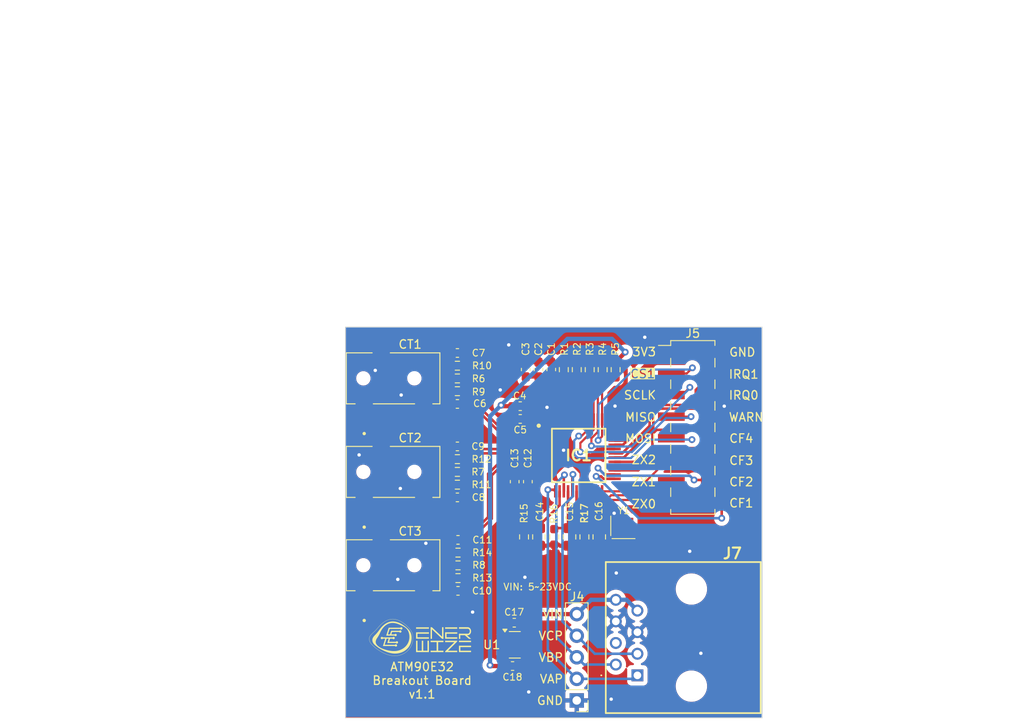
<source format=kicad_pcb>
(kicad_pcb
	(version 20240108)
	(generator "pcbnew")
	(generator_version "8.0")
	(general
		(thickness 1.6)
		(legacy_teardrops no)
	)
	(paper "A4")
	(title_block
		(title "ATM90E32 Breakout Board")
		(date "2024-04-11")
		(rev "1.0")
		(company "Enerwize")
	)
	(layers
		(0 "F.Cu" power)
		(31 "B.Cu" power)
		(32 "B.Adhes" user "B.Adhesive")
		(33 "F.Adhes" user "F.Adhesive")
		(34 "B.Paste" user)
		(35 "F.Paste" user)
		(36 "B.SilkS" user "B.Silkscreen")
		(37 "F.SilkS" user "F.Silkscreen")
		(38 "B.Mask" user)
		(39 "F.Mask" user)
		(40 "Dwgs.User" user "User.Drawings")
		(41 "Cmts.User" user "User.Comments")
		(42 "Eco1.User" user "User.Eco1")
		(43 "Eco2.User" user "User.Eco2")
		(44 "Edge.Cuts" user)
		(45 "Margin" user)
		(46 "B.CrtYd" user "B.Courtyard")
		(47 "F.CrtYd" user "F.Courtyard")
		(48 "B.Fab" user)
		(49 "F.Fab" user)
		(50 "User.1" user)
		(51 "User.2" user)
		(52 "User.3" user)
		(53 "User.4" user)
		(54 "User.5" user)
		(55 "User.6" user)
		(56 "User.7" user)
		(57 "User.8" user)
		(58 "User.9" user)
	)
	(setup
		(stackup
			(layer "F.SilkS"
				(type "Top Silk Screen")
				(color "White")
			)
			(layer "F.Paste"
				(type "Top Solder Paste")
			)
			(layer "F.Mask"
				(type "Top Solder Mask")
				(color "Blue")
				(thickness 0.01)
			)
			(layer "F.Cu"
				(type "copper")
				(thickness 0.035)
			)
			(layer "dielectric 1"
				(type "core")
				(thickness 1.51)
				(material "FR4")
				(epsilon_r 4.5)
				(loss_tangent 0.02)
			)
			(layer "B.Cu"
				(type "copper")
				(thickness 0.035)
			)
			(layer "B.Mask"
				(type "Bottom Solder Mask")
				(thickness 0.01)
			)
			(layer "B.Paste"
				(type "Bottom Solder Paste")
			)
			(layer "B.SilkS"
				(type "Bottom Silk Screen")
			)
			(copper_finish "ENIG")
			(dielectric_constraints no)
		)
		(pad_to_mask_clearance 0)
		(allow_soldermask_bridges_in_footprints no)
		(aux_axis_origin 163.576 91.546)
		(grid_origin 163.576 91.546)
		(pcbplotparams
			(layerselection 0x00010fc_ffffffff)
			(plot_on_all_layers_selection 0x0000000_00000000)
			(disableapertmacros no)
			(usegerberextensions no)
			(usegerberattributes yes)
			(usegerberadvancedattributes yes)
			(creategerberjobfile yes)
			(dashed_line_dash_ratio 12.000000)
			(dashed_line_gap_ratio 3.000000)
			(svgprecision 4)
			(plotframeref no)
			(viasonmask no)
			(mode 1)
			(useauxorigin no)
			(hpglpennumber 1)
			(hpglpenspeed 20)
			(hpglpendiameter 15.000000)
			(pdf_front_fp_property_popups yes)
			(pdf_back_fp_property_popups yes)
			(dxfpolygonmode yes)
			(dxfimperialunits yes)
			(dxfusepcbnewfont yes)
			(psnegative no)
			(psa4output no)
			(plotreference yes)
			(plotvalue yes)
			(plotfptext yes)
			(plotinvisibletext no)
			(sketchpadsonfab no)
			(subtractmaskfromsilk no)
			(outputformat 1)
			(mirror no)
			(drillshape 1)
			(scaleselection 1)
			(outputdirectory "")
		)
	)
	(net 0 "")
	(net 1 "GND")
	(net 2 "Net-(IC1-V1N)")
	(net 3 "Net-(IC1-V2N)")
	(net 4 "Net-(IC1-V3N)")
	(net 5 "Net-(IC1-~{RESET})")
	(net 6 "Net-(IC1-VDD18_1)")
	(net 7 "3V3")
	(net 8 "Net-(IC1-VREF)")
	(net 9 "/Current sensing 1/IA1N")
	(net 10 "/Current sensing 1/IA1P")
	(net 11 "/Current sensing 1/IB1N")
	(net 12 "/Current sensing 1/IB1P")
	(net 13 "/Current sensing 1/IC1N")
	(net 14 "/Current sensing 1/IC1P")
	(net 15 "VAP-1")
	(net 16 "VBP-1")
	(net 17 "CF3-1")
	(net 18 "Net-(IC1-OSCI)")
	(net 19 "Net-(IC1-OSCO)")
	(net 20 "CF4-1")
	(net 21 "VCP-1")
	(net 22 "WARN")
	(net 23 "IRQ0")
	(net 24 "IRQ1")
	(net 25 "CF1-1")
	(net 26 "~{CS1}")
	(net 27 "SCLK")
	(net 28 "MISO")
	(net 29 "MOSI")
	(net 30 "CF2-1")
	(net 31 "unconnected-(IC1-NC_1-Pad35)")
	(net 32 "unconnected-(IC1-NC_2-Pad45)")
	(net 33 "unconnected-(IC1-NC_3-Pad46)")
	(net 34 "Net-(CT1-Pad3)")
	(net 35 "Net-(CT2-Pad3)")
	(net 36 "Net-(CT3-Pad3)")
	(net 37 "VIN")
	(net 38 "ZX0")
	(net 39 "unconnected-(J7-Pad4)")
	(net 40 "ZX1")
	(net 41 "ZX2")
	(net 42 "unconnected-(CT1-Pad2)")
	(net 43 "Net-(CT1-Pad1)")
	(net 44 "unconnected-(CT2-Pad2)")
	(net 45 "Net-(CT2-Pad1)")
	(net 46 "unconnected-(CT3-Pad2)")
	(net 47 "Net-(CT3-Pad1)")
	(footprint "Enerwize:BOOMELE_PJ-320B" (layer "F.Cu") (at 168.676 97.5835))
	(footprint "Capacitor_SMD:C_0603_1608Metric_Pad1.08x0.95mm_HandSolder" (layer "F.Cu") (at 176.735798 100.596))
	(footprint "Resistor_SMD:R_0603_1608Metric_Pad0.98x0.95mm_HandSolder" (layer "F.Cu") (at 176.735798 99.096 180))
	(footprint "Capacitor_SMD:C_0603_1608Metric_Pad1.08x0.95mm_HandSolder" (layer "F.Cu") (at 183.226 131.446 180))
	(footprint "Capacitor_SMD:C_0603_1608Metric_Pad1.08x0.95mm_HandSolder" (layer "F.Cu") (at 184.126703 102.359407 180))
	(footprint "Capacitor_SMD:C_0603_1608Metric_Pad1.08x0.95mm_HandSolder" (layer "F.Cu") (at 185.026703 109.746 -90))
	(footprint "Connector_PinHeader_2.54mm:PinHeader_2x08_P2.54mm_Vertical_SMD" (layer "F.Cu") (at 204.426703 103.359407))
	(footprint "Resistor_SMD:R_0603_1608Metric_Pad0.98x0.95mm_HandSolder" (layer "F.Cu") (at 176.735298 110.096 180))
	(footprint "Resistor_SMD:R_0603_1608Metric_Pad0.98x0.95mm_HandSolder" (layer "F.Cu") (at 176.735298 107.096 180))
	(footprint "Enerwize:BOOMELE_PJ-320B" (layer "F.Cu") (at 168.676 119.5835))
	(footprint "Capacitor_SMD:C_0603_1608Metric_Pad1.08x0.95mm_HandSolder" (layer "F.Cu") (at 176.735298 111.596))
	(footprint "Resistor_SMD:R_0603_1608Metric_Pad0.98x0.95mm_HandSolder" (layer "F.Cu") (at 195.35 96.562 -90))
	(footprint "Resistor_SMD:R_0603_1608Metric_Pad0.98x0.95mm_HandSolder" (layer "F.Cu") (at 190.778 96.562 -90))
	(footprint "Enerwize:BOOMELE_PJ-320B" (layer "F.Cu") (at 168.676 108.596))
	(footprint "Capacitor_SMD:C_0603_1608Metric_Pad1.08x0.95mm_HandSolder" (layer "F.Cu") (at 183.426 126.346))
	(footprint "Enerwize:ATM90E32AS-AU-R" (layer "F.Cu") (at 191.004703 106.657407))
	(footprint "Capacitor_SMD:C_0603_1608Metric_Pad1.08x0.95mm_HandSolder" (layer "F.Cu") (at 183.476 109.746 -90))
	(footprint "Enerwize:MTJ881X1" (layer "F.Cu") (at 197.911 132.541 90))
	(footprint "Resistor_SMD:R_0603_1608Metric_Pad0.98x0.95mm_HandSolder" (layer "F.Cu") (at 176.807548 119.596 180))
	(footprint "Resistor_SMD:R_0603_1608Metric_Pad0.98x0.95mm_HandSolder" (layer "F.Cu") (at 176.735298 108.596 180))
	(footprint "Resistor_SMD:R_0603_1608Metric_Pad0.98x0.95mm_HandSolder" (layer "F.Cu") (at 192.302 96.562 -90))
	(footprint "Resistor_SMD:R_0603_1608Metric_Pad0.98x0.95mm_HandSolder" (layer "F.Cu") (at 176.807548 118.096 180))
	(footprint "Capacitor_SMD:C_0603_1608Metric_Pad1.08x0.95mm_HandSolder" (layer "F.Cu") (at 186.276 96.546 -90))
	(footprint "Capacitor_SMD:C_0603_1608Metric_Pad1.08x0.95mm_HandSolder" (layer "F.Cu") (at 176.735298 105.596 180))
	(footprint "Fiducial:Fiducial_0.5mm_Mask1mm" (layer "F.Cu") (at 164.640706 136.396))
	(footprint "Capacitor_SMD:C_0603_1608Metric_Pad1.08x0.95mm_HandSolder" (layer "F.Cu") (at 176.807548 116.596 180))
	(footprint "Enerwize:Crystal_SMD_2016-4Pin_2.0x1.6mm" (layer "F.Cu") (at 196.276 114.946))
	(footprint "Capacitor_SMD:C_0805_2012Metric_Pad1.18x1.45mm_HandSolder" (layer "F.Cu") (at 186.326 116.246 -90))
	(footprint "Capacitor_SMD:C_0603_1608Metric_Pad1.08x0.95mm_HandSolder" (layer "F.Cu") (at 184.776 96.546 -90))
	(footprint "Resistor_SMD:R_0603_1608Metric_Pad0.98x0.95mm_HandSolder" (layer "F.Cu") (at 176.735798 96.096 180))
	(footprint "Resistor_SMD:R_0603_1608Metric_Pad0.98x0.95mm_HandSolder" (layer "F.Cu") (at 188.126 116.246 -90))
	(footprint "Capacitor_SMD:C_0603_1608Metric_Pad1.08x0.95mm_HandSolder" (layer "F.Cu") (at 176.807548 122.596))
	(footprint "Package_TO_SOT_SMD:SOT-23"
		(layer "F.Cu")
		(uuid "bf42c489-9721-4322-8e60-ab9cb0de6ea1")
		(at 183.4885 128.946)
		(descr "SOT, 3 Pin (https://www.jedec.org/system/files/docs/to-236h.pdf variant AB), generated with kicad-footprint-generator ipc_gullwing_generator.py")
		(tags "SOT TO_SOT_SMD")
		(property "Reference" "U1"
			(at -2.7125 0 0)
			(layer "F.SilkS")
			(uuid "ba822077-690a-4ac7-8acb-2c106e42c55d")
			(effects
				(font
					(size 1 1)
					(thickness 0.15)
				)
			)
		)
		(property "Value" "DS8242-33S3"
			(at 0 2.4 0)
			(layer "F.Fab")
			(uuid "755c2407-f7bf-447a-9f87-59f2fa5267ed")
			(effects
				(font
					(size 1 1)
					(thickness 0.15)
				)
			)
		)
		(property "Footprint" "Package_TO_SOT_SMD:SOT-23"
			(at 0 0 0)
			(unlocked yes)
			(layer "F.Fab")
			(hide yes)
			(uuid "da01e0d8-10a8-4898-b1f6-1952647dbe8b")
			(effects
				(font
					(size 1.27 1.27)
				)
			)
		)
		(property "Datasheet" "https://datasheet.lcsc.com/lcsc/2304140030_MICRONE-Nanjing-Micro-One-Elec-ME6210A33M3G_C236680.pdf"
			(at 0 0 0)
			(unlocked yes)
			(layer "F.Fab")
			(hide yes)
			(uuid "bda9221a-6553-4859-b698-36ff6541da94")
			(effects
				(font
					(size 1.27 1.27)
				)
			)
		)
		(property "Description" "500mA Fixed 3.3V Positive electrode 18V SOT-23 Linear Voltage Regulators"
			(at 0 0 0)
			(unlocked yes)
			(layer "F.Fab")
			(hide yes)
			(uuid "9560a440-5ac6-4f8f-bdcd-755b133f6370")
			(effects
				(font
					(size 1.27 1.27)
				)
			)
		)
... [371529 chars truncated]
</source>
